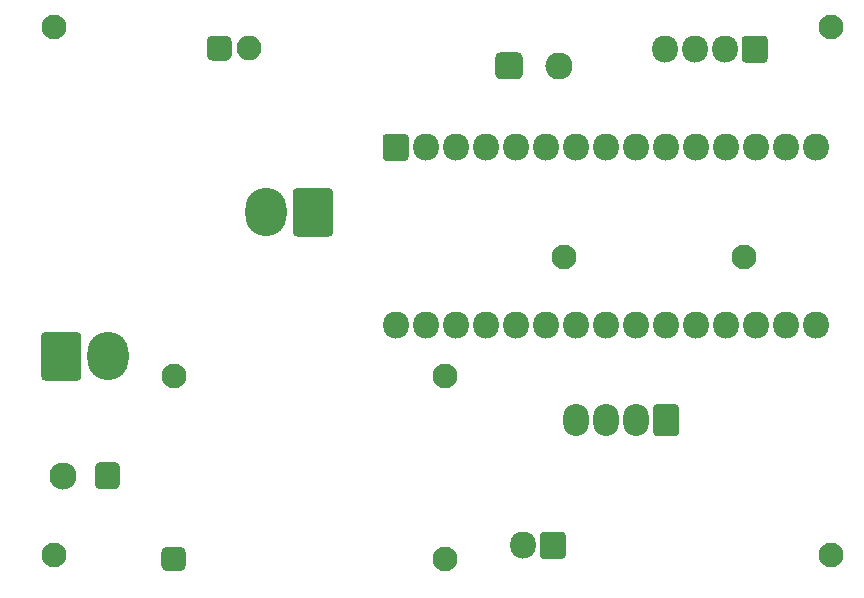
<source format=gbs>
G04 #@! TF.GenerationSoftware,KiCad,Pcbnew,(5.1.10)-1*
G04 #@! TF.CreationDate,2021-11-25T14:37:56-05:00*
G04 #@! TF.ProjectId,pid_smt_oven,7069645f-736d-4745-9f6f-76656e2e6b69,rev?*
G04 #@! TF.SameCoordinates,Original*
G04 #@! TF.FileFunction,Soldermask,Bot*
G04 #@! TF.FilePolarity,Negative*
%FSLAX46Y46*%
G04 Gerber Fmt 4.6, Leading zero omitted, Abs format (unit mm)*
G04 Created by KiCad (PCBNEW (5.1.10)-1) date 2021-11-25 14:37:56*
%MOMM*%
%LPD*%
G01*
G04 APERTURE LIST*
%ADD10O,2.200000X2.300000*%
%ADD11O,2.200000X2.700000*%
%ADD12O,2.300000X2.300000*%
%ADD13O,2.100000X2.100000*%
%ADD14C,2.100000*%
%ADD15C,2.300000*%
%ADD16O,3.500000X4.100000*%
G04 APERTURE END LIST*
D10*
G04 #@! TO.C,a2*
X67660000Y-32100000D03*
X67660000Y-17100000D03*
X32100000Y-32100000D03*
X65120000Y-17100000D03*
X34640000Y-32100000D03*
X62580000Y-17100000D03*
X37180000Y-32100000D03*
X60040000Y-17100000D03*
X39720000Y-32100000D03*
X57500000Y-17100000D03*
X42260000Y-32100000D03*
X54960000Y-17100000D03*
X44800000Y-32100000D03*
X52420000Y-17100000D03*
X47340000Y-32100000D03*
X49880000Y-17100000D03*
X49880000Y-32100000D03*
X47340000Y-17100000D03*
X52420000Y-32100000D03*
X44800000Y-17100000D03*
X54960000Y-32100000D03*
X42260000Y-17100000D03*
X57500000Y-32100000D03*
X39720000Y-17100000D03*
X60040000Y-32100000D03*
X37180000Y-17100000D03*
X62580000Y-32100000D03*
X34640000Y-17100000D03*
X65120000Y-32100000D03*
G36*
G01*
X31330000Y-15950000D02*
X32870000Y-15950000D01*
G75*
G02*
X33200000Y-16280000I0J-330000D01*
G01*
X33200000Y-17920000D01*
G75*
G02*
X32870000Y-18250000I-330000J0D01*
G01*
X31330000Y-18250000D01*
G75*
G02*
X31000000Y-17920000I0J330000D01*
G01*
X31000000Y-16280000D01*
G75*
G02*
X31330000Y-15950000I330000J0D01*
G01*
G37*
G04 #@! TD*
G04 #@! TO.C,J5*
X54880000Y-8800000D03*
X57420000Y-8800000D03*
G36*
G01*
X63600000Y-7973400D02*
X63600000Y-9626600D01*
G75*
G02*
X63276600Y-9950000I-323400J0D01*
G01*
X61723400Y-9950000D01*
G75*
G02*
X61400000Y-9626600I0J323400D01*
G01*
X61400000Y-7973400D01*
G75*
G02*
X61723400Y-7650000I323400J0D01*
G01*
X63276600Y-7650000D01*
G75*
G02*
X63600000Y-7973400I0J-323400D01*
G01*
G37*
X59960000Y-8800000D03*
G04 #@! TD*
D11*
G04 #@! TO.C,J4*
X47380000Y-40200000D03*
X49920000Y-40200000D03*
X52460000Y-40200000D03*
G36*
G01*
X56100000Y-39166800D02*
X56100000Y-41233200D01*
G75*
G02*
X55783200Y-41550000I-316800J0D01*
G01*
X54216800Y-41550000D01*
G75*
G02*
X53900000Y-41233200I0J316800D01*
G01*
X53900000Y-39166800D01*
G75*
G02*
X54216800Y-38850000I316800J0D01*
G01*
X55783200Y-38850000D01*
G75*
G02*
X56100000Y-39166800I0J-316800D01*
G01*
G37*
G04 #@! TD*
D10*
G04 #@! TO.C,J3*
X42860000Y-50800000D03*
G36*
G01*
X46500000Y-49966800D02*
X46500000Y-51633200D01*
G75*
G02*
X46183200Y-51950000I-316800J0D01*
G01*
X44616800Y-51950000D01*
G75*
G02*
X44300000Y-51633200I0J316800D01*
G01*
X44300000Y-49966800D01*
G75*
G02*
X44616800Y-49650000I316800J0D01*
G01*
X46183200Y-49650000D01*
G75*
G02*
X46500000Y-49966800I0J-316800D01*
G01*
G37*
G04 #@! TD*
G04 #@! TO.C,LS1*
G36*
G01*
X40550000Y-10936000D02*
X40550000Y-9464000D01*
G75*
G02*
X40964000Y-9050000I414000J0D01*
G01*
X42436000Y-9050000D01*
G75*
G02*
X42850000Y-9464000I0J-414000D01*
G01*
X42850000Y-10936000D01*
G75*
G02*
X42436000Y-11350000I-414000J0D01*
G01*
X40964000Y-11350000D01*
G75*
G02*
X40550000Y-10936000I0J414000D01*
G01*
G37*
D12*
X45900000Y-10200000D03*
G04 #@! TD*
D13*
G04 #@! TO.C,D5*
X19700000Y-8700000D03*
G36*
G01*
X16110000Y-9330000D02*
X16110000Y-8070000D01*
G75*
G02*
X16530000Y-7650000I420000J0D01*
G01*
X17790000Y-7650000D01*
G75*
G02*
X18210000Y-8070000I0J-420000D01*
G01*
X18210000Y-9330000D01*
G75*
G02*
X17790000Y-9750000I-420000J0D01*
G01*
X16530000Y-9750000D01*
G75*
G02*
X16110000Y-9330000I0J420000D01*
G01*
G37*
G04 #@! TD*
D14*
G04 #@! TO.C,a1*
X13300000Y-36450000D03*
X36300000Y-36450000D03*
X36300000Y-51950000D03*
G36*
G01*
X12250000Y-52475000D02*
X12250000Y-51425000D01*
G75*
G02*
X12775000Y-50900000I525000J0D01*
G01*
X13825000Y-50900000D01*
G75*
G02*
X14350000Y-51425000I0J-525000D01*
G01*
X14350000Y-52475000D01*
G75*
G02*
X13825000Y-53000000I-525000J0D01*
G01*
X12775000Y-53000000D01*
G75*
G02*
X12250000Y-52475000I0J525000D01*
G01*
G37*
G04 #@! TD*
G04 #@! TO.C,TH1*
X61600000Y-26400000D03*
X46360000Y-26400000D03*
G04 #@! TD*
D15*
G04 #@! TO.C,C7*
X3900000Y-44900000D03*
G36*
G01*
X8750000Y-44170000D02*
X8750000Y-45630000D01*
G75*
G02*
X8330000Y-46050000I-420000J0D01*
G01*
X7070000Y-46050000D01*
G75*
G02*
X6650000Y-45630000I0J420000D01*
G01*
X6650000Y-44170000D01*
G75*
G02*
X7070000Y-43750000I420000J0D01*
G01*
X8330000Y-43750000D01*
G75*
G02*
X8750000Y-44170000I0J-420000D01*
G01*
G37*
G04 #@! TD*
D16*
G04 #@! TO.C,J1*
X7760000Y-34800000D03*
G36*
G01*
X2100000Y-36533800D02*
X2100000Y-33066200D01*
G75*
G02*
X2416200Y-32750000I316200J0D01*
G01*
X5183800Y-32750000D01*
G75*
G02*
X5500000Y-33066200I0J-316200D01*
G01*
X5500000Y-36533800D01*
G75*
G02*
X5183800Y-36850000I-316200J0D01*
G01*
X2416200Y-36850000D01*
G75*
G02*
X2100000Y-36533800I0J316200D01*
G01*
G37*
G04 #@! TD*
G04 #@! TO.C,J2*
X21140000Y-22600000D03*
G36*
G01*
X26800000Y-20866200D02*
X26800000Y-24333800D01*
G75*
G02*
X26483800Y-24650000I-316200J0D01*
G01*
X23716200Y-24650000D01*
G75*
G02*
X23400000Y-24333800I0J316200D01*
G01*
X23400000Y-20866200D01*
G75*
G02*
X23716200Y-20550000I316200J0D01*
G01*
X26483800Y-20550000D01*
G75*
G02*
X26800000Y-20866200I0J-316200D01*
G01*
G37*
G04 #@! TD*
D14*
G04 #@! TO.C,H4*
X69000000Y-6900000D03*
G04 #@! TD*
G04 #@! TO.C,H3*
X3200000Y-6900000D03*
G04 #@! TD*
G04 #@! TO.C,H2*
X3200000Y-51600000D03*
G04 #@! TD*
G04 #@! TO.C,H1*
X69000000Y-51600000D03*
G04 #@! TD*
M02*

</source>
